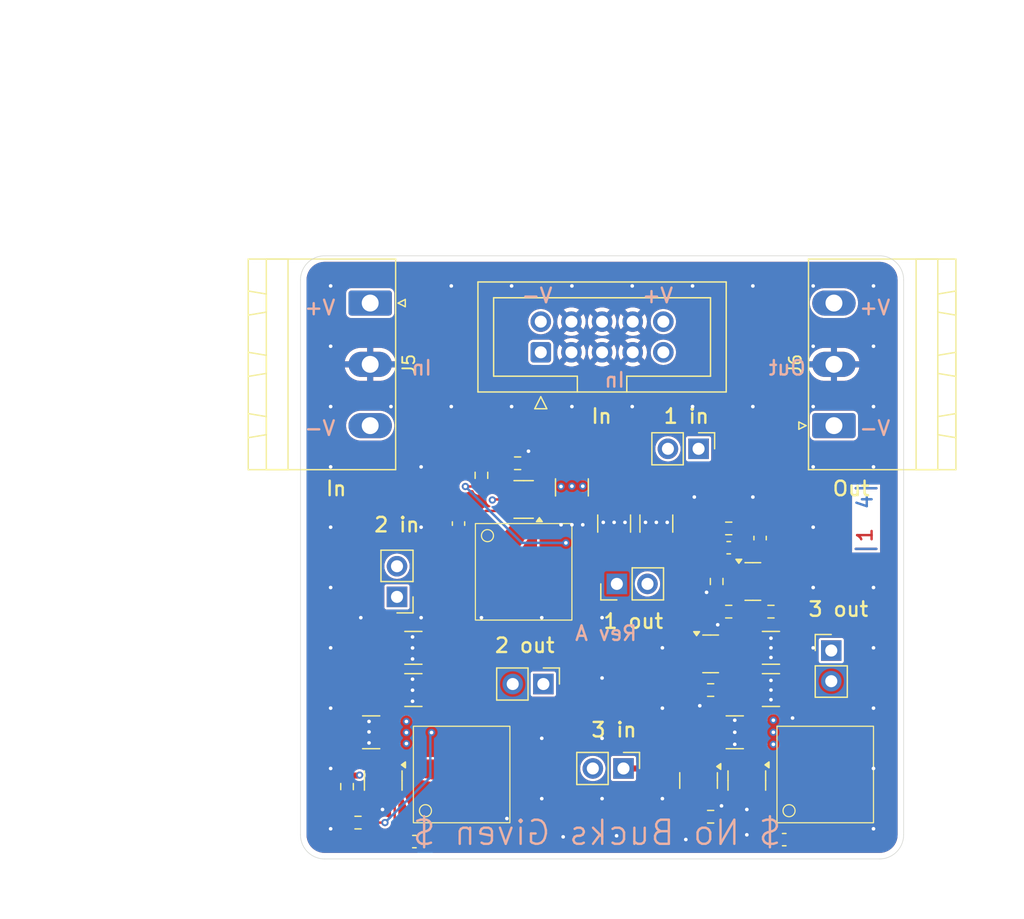
<source format=kicad_pcb>
(kicad_pcb
	(version 20240108)
	(generator "pcbnew")
	(generator_version "8.0")
	(general
		(thickness 1.6)
		(legacy_teardrops no)
	)
	(paper "A4")
	(layers
		(0 "F.Cu" signal)
		(1 "In1.Cu" signal)
		(2 "In2.Cu" signal)
		(31 "B.Cu" signal)
		(32 "B.Adhes" user "B.Adhesive")
		(33 "F.Adhes" user "F.Adhesive")
		(34 "B.Paste" user)
		(35 "F.Paste" user)
		(36 "B.SilkS" user "B.Silkscreen")
		(37 "F.SilkS" user "F.Silkscreen")
		(38 "B.Mask" user)
		(39 "F.Mask" user)
		(40 "Dwgs.User" user "User.Drawings")
		(41 "Cmts.User" user "User.Comments")
		(42 "Eco1.User" user "User.Eco1")
		(43 "Eco2.User" user "User.Eco2")
		(44 "Edge.Cuts" user)
		(45 "Margin" user)
		(46 "B.CrtYd" user "B.Courtyard")
		(47 "F.CrtYd" user "F.Courtyard")
		(48 "B.Fab" user)
		(49 "F.Fab" user)
		(50 "User.1" user)
		(51 "User.2" user)
		(52 "User.3" user)
		(53 "User.4" user)
		(54 "User.5" user)
		(55 "User.6" user)
		(56 "User.7" user)
		(57 "User.8" user)
		(58 "User.9" user)
	)
	(setup
		(stackup
			(layer "F.SilkS"
				(type "Top Silk Screen")
			)
			(layer "F.Paste"
				(type "Top Solder Paste")
			)
			(layer "F.Mask"
				(type "Top Solder Mask")
				(thickness 0.01)
			)
			(layer "F.Cu"
				(type "copper")
				(thickness 0.035)
			)
			(layer "dielectric 1"
				(type "prepreg")
				(thickness 0.1)
				(material "FR4")
				(epsilon_r 4.5)
				(loss_tangent 0.02)
			)
			(layer "In1.Cu"
				(type "copper")
				(thickness 0.035)
			)
			(layer "dielectric 2"
				(type "core")
				(thickness 1.24)
				(material "FR4")
				(epsilon_r 4.5)
				(loss_tangent 0.02)
			)
			(layer "In2.Cu"
				(type "copper")
				(thickness 0.035)
			)
			(layer "dielectric 3"
				(type "prepreg")
				(thickness 0.1)
				(material "FR4")
				(epsilon_r 4.5)
				(loss_tangent 0.02)
			)
			(layer "B.Cu"
				(type "copper")
				(thickness 0.035)
			)
			(layer "B.Mask"
				(type "Bottom Solder Mask")
				(thickness 0.01)
			)
			(layer "B.Paste"
				(type "Bottom Solder Paste")
			)
			(layer "B.SilkS"
				(type "Bottom Silk Screen")
			)
			(copper_finish "HAL SnPb")
			(dielectric_constraints no)
		)
		(pad_to_mask_clearance 0.05)
		(solder_mask_min_width 0.1)
		(allow_soldermask_bridges_in_footprints no)
		(grid_origin 45 100)
		(pcbplotparams
			(layerselection 0x00010fc_ffffffff)
			(plot_on_all_layers_selection 0x0001000_00000000)
			(disableapertmacros no)
			(usegerberextensions no)
			(usegerberattributes yes)
			(usegerberadvancedattributes yes)
			(creategerberjobfile yes)
			(dashed_line_dash_ratio 12.000000)
			(dashed_line_gap_ratio 3.000000)
			(svgprecision 4)
			(plotframeref no)
			(viasonmask yes)
			(mode 1)
			(useauxorigin no)
			(hpglpennumber 1)
			(hpglpenspeed 20)
			(hpglpendiameter 15.000000)
			(pdf_front_fp_property_popups yes)
			(pdf_back_fp_property_popups yes)
			(dxfpolygonmode yes)
			(dxfimperialunits yes)
			(dxfusepcbnewfont yes)
			(psnegative no)
			(psa4output no)
			(plotreference no)
			(plotvalue no)
			(plotfptext no)
			(plotinvisibletext no)
			(sketchpadsonfab no)
			(subtractmaskfromsilk yes)
			(outputformat 1)
			(mirror no)
			(drillshape 0)
			(scaleselection 1)
			(outputdirectory "production files/")
		)
	)
	(net 0 "")
	(net 1 "GND")
	(net 2 "Net-(U1-BST)")
	(net 3 "Net-(U2-BST)")
	(net 4 "Net-(J3-Pin_1)")
	(net 5 "Net-(J4-Pin_2)")
	(net 6 "Net-(J8-Pin_2)")
	(net 7 "Net-(U5-BST)")
	(net 8 "/AP62250/V+in")
	(net 9 "/AP62250/V-in")
	(net 10 "/AP62250/V+ut")
	(net 11 "/AP62250/V-ut")
	(net 12 "Net-(Q1-E)")
	(net 13 "Net-(Q1-B)")
	(net 14 "Net-(Q1-C)")
	(net 15 "Net-(U3-REF)")
	(net 16 "/AP62250/Vin1")
	(net 17 "/AP62250/SW1")
	(net 18 "/AP62250/SW2")
	(net 19 "/AP62250/Vin2")
	(net 20 "/AP62250/Vin3")
	(net 21 "/AP62250/SW3")
	(net 22 "/AP62250/FB3")
	(net 23 "/AP62250/FB1")
	(net 24 "/AP62250/FB2")
	(net 25 "Net-(C13-Pad1)")
	(footprint "Package_TO_SOT_SMD:SOT-23" (layer "F.Cu") (at 82.5 77))
	(footprint "Resistor_SMD:R_0603_1608Metric_Pad0.98x0.95mm_HandSolder" (layer "F.Cu") (at 79.5 77 90))
	(footprint "Connector_PinHeader_2.54mm:PinHeader_1x02_P2.54mm_Vertical" (layer "F.Cu") (at 71.775 92.5 -90))
	(footprint "Resistor_SMD:R_0603_1608Metric_Pad0.98x0.95mm_HandSolder" (layer "F.Cu") (at 48.8588 94 90))
	(footprint "Capacitor_SMD:C_1210_3225Metric_Pad1.33x2.70mm_HandSolder" (layer "F.Cu") (at 54.3588 82.5))
	(footprint "Connector_Phoenix_MSTB:PhoenixContact_MSTBA_2,5_3-G-5,08_1x03_P5.08mm_Horizontal" (layer "F.Cu") (at 89.2225 64.08 90))
	(footprint "Capacitor_SMD:C_1210_3225Metric_Pad1.33x2.70mm_HandSolder" (layer "F.Cu") (at 50.8588 89.5))
	(footprint "buck_lib:L_Eaton_DR74" (layer "F.Cu") (at 88.5 93 90))
	(footprint "Resistor_SMD:R_0603_1608Metric_Pad0.98x0.95mm_HandSolder" (layer "F.Cu") (at 63 67.1992))
	(footprint "Capacitor_SMD:C_1210_3225Metric_Pad1.33x2.70mm_HandSolder" (layer "F.Cu") (at 54.3588 86))
	(footprint "Package_TO_SOT_SMD:TSOT-23-6" (layer "F.Cu") (at 82 93.5 -90))
	(footprint "Resistor_SMD:R_0603_1608Metric_Pad0.98x0.95mm_HandSolder" (layer "F.Cu") (at 79 86))
	(footprint "Connector_PinHeader_2.54mm:PinHeader_1x02_P2.54mm_Vertical" (layer "F.Cu") (at 89 82.725))
	(footprint "Resistor_SMD:R_0603_1608Metric_Pad0.98x0.95mm_HandSolder" (layer "F.Cu") (at 80.5 72.6))
	(footprint "Package_TO_SOT_SMD:SOT-23" (layer "F.Cu") (at 79 83))
	(footprint "Capacitor_SMD:C_1210_3225Metric_Pad1.33x2.70mm_HandSolder" (layer "F.Cu") (at 67.5 69.1992 -90))
	(footprint "Capacitor_SMD:C_0603_1608Metric_Pad1.08x0.95mm_HandSolder" (layer "F.Cu") (at 85.1 98.4))
	(footprint "Package_TO_SOT_SMD:TSOT-23-6" (layer "F.Cu") (at 51.8588 93.5 -90))
	(footprint "Connector_PinHeader_2.54mm:PinHeader_1x02_P2.54mm_Vertical" (layer "F.Cu") (at 78 66 -90))
	(footprint "Resistor_SMD:R_0603_1608Metric_Pad0.98x0.95mm_HandSolder" (layer "F.Cu") (at 84 79.5))
	(footprint "Capacitor_SMD:C_0603_1608Metric_Pad1.08x0.95mm_HandSolder" (layer "F.Cu") (at 54.4412 98.5616))
	(footprint "Connector_Phoenix_MSTB:PhoenixContact_MSTBA_2,5_3-G-5,08_1x03_P5.08mm_Horizontal" (layer "F.Cu") (at 50.7775 53.92 -90))
	(footprint "Capacitor_SMD:C_0603_1608Metric_Pad1.08x0.95mm_HandSolder" (layer "F.Cu") (at 83.1 73.4 -90))
	(footprint "buck_lib:L_Eaton_DR74" (layer "F.Cu") (at 58.3588 93 90))
	(footprint "Package_TO_SOT_SMD:TSOT-23-6" (layer "F.Cu") (at 63.5 70.1992 180))
	(footprint "Capacitor_SMD:C_0603_1608Metric_Pad1.08x0.95mm_HandSolder" (layer "F.Cu") (at 58.1 72.1992 -90))
	(footprint "Connector_PinHeader_2.54mm:PinHeader_1x02_P2.54mm_Vertical" (layer "F.Cu") (at 65.1338 85.5 -90))
	(footprint "Connector_PinHeader_2.54mm:PinHeader_1x02_P2.54mm_Vertical" (layer "F.Cu") (at 71.225 77.1992 90))
	(footprint "buck_lib:L_Eaton_DR74" (layer "F.Cu") (at 63.5 76.1992))
	(footprint "Package_TO_SOT_SMD:SOT-23" (layer "F.Cu") (at 78 93.5 -90))
	(footprint "Resistor_SMD:R_0603_1608Metric_Pad0.98x0.95mm_HandSolder" (layer "F.Cu") (at 60 68.1992 90))
	(footprint "Resistor_SMD:R_0603_1608Metric_Pad0.98x0.95mm_HandSolder" (layer "F.Cu") (at 49.7676 96.9868 180))
	(footprint "Connector_IDC:IDC-Header_2x05_P2.54mm_Vertical" (layer "F.Cu") (at 64.92 58 90))
	(footprint "Capacitor_SMD:C_1210_3225Metric_Pad1.33x2.70mm_HandSolder" (layer "F.Cu") (at 84 82.5))
	(footprint "Resistor_SMD:R_0603_1608Metric_Pad0.98x0.95mm_HandSolder" (layer "F.Cu") (at 79 96.5 180))
	(footprint "Capacitor_SMD:C_0603_1608Metric_Pad1.08x0.95mm_HandSolder" (layer "F.Cu") (at 80.5 74.2))
	(footprint "Connector_PinHeader_2.54mm:PinHeader_1x02_P2.54mm_Vertical"
		(layer "F.Cu")
		(uuid "dd3832fd-4095-42e0-bb9a-03a79765aa22")
		(at 53 78.275 180)
		(descr "Through hole straight pin header, 1x02, 2.54mm pitch, single row")
		(tags "Through hole pin header THT 1x02 2.54mm single row")
		(property "Reference" "J2"
			(at 0 -2.33 180)
			(layer "F.SilkS")
			(hide yes)
			(uuid "4d32db4d-eeab-48b6-91f3-64288c1c50d3")
			(effects
				(font
					(size 1 1)
					(thickness 0.15)
				)
			)
		)
		(property "Value" "Conn_01x02"
			(at 0 4.87 180)
			(layer "F.Fab")
			(hide yes)
			(uuid "39f1382d-abf1-4c09-9328-18ba010c0383")
			(effects
				(font
					(size 1 1)
					(thickness 0.15)
				)
			)
		)
		(property "Footprint" "Connector_PinHeader_2.54mm:PinHeader_1x02_P2.54mm_Vertical"
			(at 0 0 180)
			(unlocked yes)
			(layer "F.Fab")
			(hide yes)
			(uuid "23cae4ff-6162-427f-b0d6-4e244824cf72")
			(effects
				(font
					(size 1.27 1.27)
				)
			)
		)
		(property "Datasheet" ""
			(at 0 0 180)
			(unlocked yes)
			(layer "F.Fab")
			(hide yes)
			(uuid "3f0331e0-d8fb-4e45-8b8d-8a2cbb5be2d2")
			(effects
				(font
					(size 1.27 1.27)
				)
			)
		)
		(property "Description" "Generic connector, single row, 01x02, script generated (kicad-library-utils/schlib/autogen/connector/)"
			(at 0 0 180)
			(unlocked yes)
			(layer "F.Fab")
			(hide yes)
			(uuid "875bd5af-4f8a-499e-b310-1a979f685ec5")
			(effects
				(font
					(size 1.27 1.27)
				)
			)
		)
		(property ki_fp_filters "Connector*:*_1x??_*")
		(path "/14910d45-acbf-48a1-8153-782847a0fd20/01896a8d-f5e5-444d-9bf8-76ffbd45a995")
		(sheetname "AP62250")
		(sheetfile "ap62250.kicad_sch")
		(attr through_hole)
		(fp_line
			(start 1.33 1.27)
			(end 1.33 3.87)
			(stroke
				(width 0.12)
				(type solid)
			)
			(layer "F.SilkS")
			(uuid "ab26558c-b592-4ceb-a910-c79b6d87eaee")
		)
		(fp_line
			(start -1.33 3.87)
			(end 1.33 3.87)
			(stroke
				(width 0.12)
				(type solid)
			)
			(layer "F.SilkS")
			(uuid "5a95cc11-6016-49eb-baca-03b398e9fc99")
		)
		(fp_line
			(start -1.33 1.27)
			(end 1.33 1.27)
			(stroke
				(width 0.12)
				(type solid)
			)
			(layer "F.SilkS")
			(uuid "68cdd866-a184-44d7-bad0-101218e897b3")
		)
		(fp_line
			(start -1.33 1.27)
			(end -1.33 3.87)
			(stroke
				(width 0.12)
				(type solid)
			)
			(layer "F.SilkS")
			(uuid "d4a039ad-c521-48ae-b4bc-8ae984b1957e")
		)
		(fp_line
			(start -1.33 0)
			(end -1.33 -1.33)
			(stroke
				(width 0.12)
				(type solid)
			)
			(layer "F.SilkS")
			(uuid "fea835e2-6778-47f1-8763-01aa0e64b7a8")
		)
		(fp_line
			(start -1.33 -1.33)
			(end 0 -1.33)
			(stroke
				(width 0.12)
				(type solid)
			)
			(layer "F.SilkS")
			(uuid "0ee49aae-d84a-42db-80f2-798ba8abd485")
		)
		(fp_line
			(start 1.8 4.35)
			(end 1.8 -1.8)
			(stroke
				(width 0.05)
				(type solid)
			)
			(layer "F.CrtYd")
			(uuid "10361233-36b4-4492-829b-4c0a14b295d1")
		)
		(fp_line
			(start 1.8 -1.8)
			(end -1.8 -1.8)
			(stroke
				(width 0.05)
				(type solid)
			)
			(layer "F.CrtYd")
			(uuid "1161ca4e-fe04-484d-9b44-bacf0a25997b")
		)
		(fp_line
			(start -1.8 4.35)
			(end 1.8 4.35)
			(stroke
				(width 0.05)
				(type solid)
			)
			(layer "F.CrtYd")
			(uuid "dd0fc598-2b84-4a03-ae94-8500208fea9d")
		)
		(fp_line
			(start -1.8 -1.8)
			(end -1.8 4.35)
			(stroke
				(width 0.05)
				(type solid)
			)
			(layer "F.CrtYd")
			(uuid "b3c05a83-4581-42d8-9af3-3b09a3d33dc0")
		)
		(fp_line
			(start 1.27 3.81)
			(end -1.27 3.81)
			(stroke
				(width 0.1)
				(type solid)
			)
			(layer "F.Fab")
			(uuid "9395b09c-5cbe-4c68-83d2-d79ce1898692")
		)
		(fp_line
			(start 1.27 -1.27)
			(end 1.27 3.81)
			(stroke
				(width 0.1)
				(type solid)
			)
			(layer "F.Fab")
			(uuid "d4f50575-7a10-4cfc-9776-4a78d02d93b6")
		)
		(fp_line
			(start -0.635 -1.27)
			(end 1.27 -1.27)
			(stroke
				(width 0.1)
				(type solid)
			)
			(layer "F.Fab")
			(uuid "5050c511-4a36-4bfa-9a8d-16df0e8b57c9")
		)
		(fp_line
			(start -1.27 3.81)
			(end -1.27 -0.635)
			(stroke
				(width 0.1)
				(type solid)
			)
			(layer "F.Fab")
			(uuid "f47b07c5-84d5-48d4-b394-60fd9bb1a5a0")
		)
		(fp_line
			(start -1.27 -0.635)
			(end -0.635 -1.27)
			(stroke
				(width 0.1)
				(type solid)
			)
			(layer "F.Fab")
			(uuid "0f91c922-b9e2-44bd-bff5-a3ae89ef093d")
		)
		(fp_text user "${REFERENCE}"
			(at 0 1.27 -90)
			(layer "F.Fab")
			(uuid "2685ab96-f5a2-4206-bedd-9def86536fca")
			(effects
				(font
					(size 1 1)
					(thickness 0.15)
				)
			)
		)
		(pad "1" thru_hole rect
			(at 0 0 180)
			(size 1.7 1.7)
			(drill 1)
			(layers "*.Cu" "*.Mask")
			(remove_unused_layers no)
			(net 19 "/AP62250/Vin2")
			(pinfunction "Pin_1")
			(pintype "passive")
			(uuid "1c7ca328-8a27-4b22-871c-c70a2ad9ccc0")
		)
		(pad "2" thru_hole oval
			(at 0 2.54 180)
			(size 1.7 1.7)
			(drill 1)
			(layers "*.Cu" "*.Mask")
			(remove_unused_layers no)
			(net 9 "/AP62250/V-in")
			(pinfunction "Pin_2")
			(pintype "passive")
			(uuid "24cdf556-5939-465b-9742-4a4e883a5235")
		)
		(model "${KICAD8_3DMODEL_DIR}/Connector_PinHeader_2.54mm.3dshapes/PinHeader_1x02_P2.54mm_Vertical.wrl"
			(offset
				(xyz 0 0 0)
			)
			(scale
				(xyz 1 1 1)
			)
			(r
... [470382 chars truncated]
</source>
